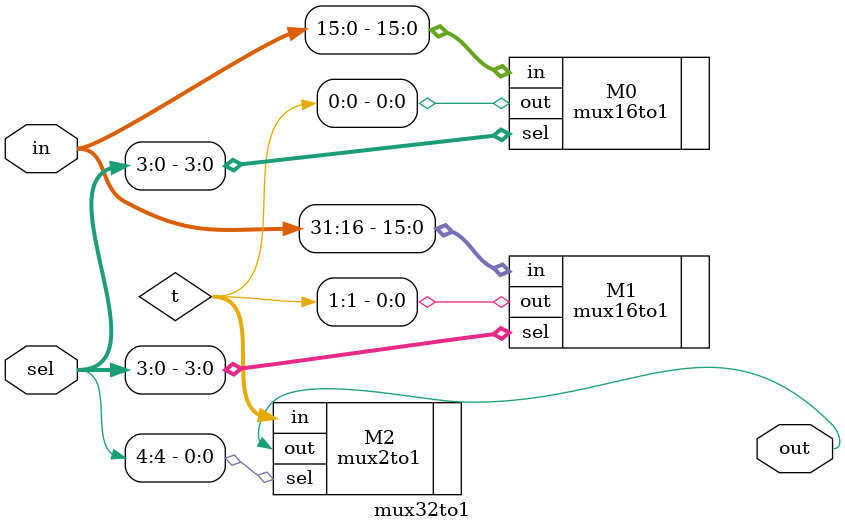
<source format=v>
module mux32to1 (out, sel, in);

	input [31:0] in;
	input [4:0] sel;
	output out;
	wire [1:0] t;
	
	mux16to1 M0 (.out(t[0]), .sel(sel[3:0]), .in(in[15:0]));
	mux16to1 M1 (.out(t[1]), .sel(sel[3:0]), .in(in[31:16]));
	
	mux2to1 M2 (.out(out), .sel(sel[4]), .in(t));
	
endmodule 
	
</source>
